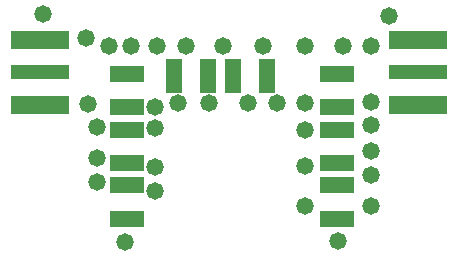
<source format=gbr>
%TF.GenerationSoftware,Altium Limited,Altium Designer,20.0.10 (225)*%
G04 Layer_Color=8388736*
%FSLAX26Y26*%
%MOIN*%
%TF.FileFunction,Soldermask,Top*%
%TF.Part,Single*%
G01*
G75*
%TA.AperFunction,SMDPad,CuDef*%
%ADD12R,0.196850X0.047244*%
%ADD13R,0.196850X0.062992*%
%TA.AperFunction,ViaPad*%
%ADD17C,0.058000*%
%TA.AperFunction,SMDPad,CuDef*%
%ADD20R,0.114299X0.057213*%
%ADD21R,0.057213X0.114299*%
D12*
X3040945Y4441362D02*
D03*
X1781890D02*
D03*
D13*
X3040945Y4550417D02*
D03*
Y4332307D02*
D03*
X1781890D02*
D03*
Y4550417D02*
D03*
D17*
X1790000Y4635000D02*
D03*
X2885000Y4342382D02*
D03*
X2791673Y4530000D02*
D03*
X2885000D02*
D03*
X1940000Y4335000D02*
D03*
X2945000Y4630000D02*
D03*
X2665000Y4340000D02*
D03*
X2165000Y4125000D02*
D03*
Y4045000D02*
D03*
X1970000Y4075000D02*
D03*
Y4155000D02*
D03*
X2885000Y4180000D02*
D03*
Y4099085D02*
D03*
X2665000Y3994327D02*
D03*
X2885000D02*
D03*
X2665000Y4129885D02*
D03*
Y4250000D02*
D03*
X2390000Y4530000D02*
D03*
X2345000Y4340000D02*
D03*
X2474385D02*
D03*
X2525000Y4530000D02*
D03*
X1970000Y4260000D02*
D03*
X2165000Y4255000D02*
D03*
X2665000Y4530000D02*
D03*
X2570000Y4340000D02*
D03*
X2885000Y4265000D02*
D03*
X1935000Y4555000D02*
D03*
X2165000Y4325000D02*
D03*
X2240000Y4340000D02*
D03*
X2265425Y4530000D02*
D03*
X2171548D02*
D03*
X2085000D02*
D03*
X2010000D02*
D03*
X2775000Y3880000D02*
D03*
X2065000Y3875000D02*
D03*
D20*
X2770000Y4436378D02*
D03*
Y4324173D02*
D03*
Y4250468D02*
D03*
Y4138264D02*
D03*
Y4065468D02*
D03*
Y3953264D02*
D03*
X2068740Y4065468D02*
D03*
Y3953264D02*
D03*
Y4250468D02*
D03*
Y4138264D02*
D03*
Y4436378D02*
D03*
Y4324173D02*
D03*
D21*
X2536417Y4429366D02*
D03*
X2424213D02*
D03*
X2339567D02*
D03*
X2227362D02*
D03*
%TF.MD5,606a5dd07bd80123cf4ccbcba74b8410*%
M02*

</source>
